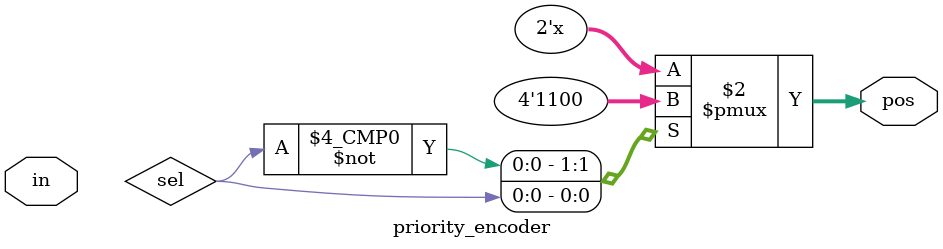
<source format=v>
module priority_encoder( 
input [2:0] in,
output reg [1:0] pos ); 
// When sel=1, assign b to out
always @( in or sel )
begin
case ( sel )
3'b000: pos = 2'b11;	// all bits off
3'b001: pos = 2'b00;	// only bit 0 on
3'b010: pos = 2'b01;	// only bit 1 on
3'b011: pos = 2'b10;	// only bit 2 on
default: pos = 2'b00;	// all bits off 
endcase
end
endmodule

</source>
